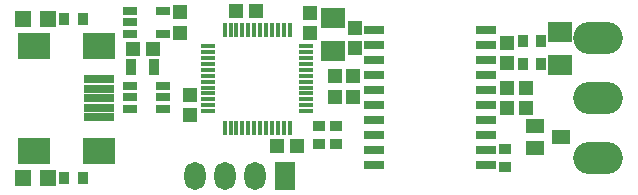
<source format=gbr>
G04 --- HEADER BEGIN --- *
%TF.GenerationSoftware,LibrePCB,LibrePCB,0.1.5*%
%TF.CreationDate,2021-01-02T14:24:37*%
%TF.ProjectId,can2usb - default,565da67e-d1db-4e60-9fc1-0ba8a5c8bd0e,v1*%
%TF.Part,Single*%
%FSLAX66Y66*%
%MOMM*%
G01*
G74*
G04 --- HEADER END --- *
G04 --- APERTURE LIST BEGIN --- *
%ADD10R,1.2X1.3*%
%ADD11R,1.3X1.2*%
%ADD12O,1.787X2.39*%
%ADD13R,1.787X2.39*%
%ADD14R,1.3X0.42*%
%ADD15R,0.42X1.3*%
%ADD16R,0.95X1.45*%
%ADD17R,1.0X0.95*%
%ADD18O,4.2X2.74*%
%ADD19R,1.4X1.4*%
%ADD20R,0.95X1.0*%
%ADD21R,1.6X1.2*%
%ADD22R,2.0X1.8*%
%ADD23R,1.735X0.68*%
%ADD24R,1.3X0.8*%
%ADD25R,2.7X2.2*%
%ADD26R,2.5X0.7*%
G04 --- APERTURE LIST END --- *
G04 --- BOARD BEGIN --- *
D10*
X14605000Y13792000D03*
X14605000Y15492000D03*
D11*
X10580000Y12419500D03*
X12280000Y12419500D03*
D10*
X29415000Y14206000D03*
X29415000Y12506000D03*
D12*
X20955000Y1625500D03*
D13*
X23495000Y1625500D03*
D12*
X15875000Y1625500D03*
X18415000Y1625500D03*
D14*
X25263750Y8130000D03*
X25263750Y12130000D03*
X25263750Y11630000D03*
X16963750Y8130000D03*
D15*
X21863750Y5730000D03*
D14*
X16963750Y11630000D03*
X16963750Y7130000D03*
D15*
X18363750Y5730000D03*
D14*
X25263750Y9130000D03*
X25263750Y7130000D03*
D15*
X18363750Y14030000D03*
X22363750Y5730000D03*
D14*
X25263750Y11130000D03*
D15*
X22363750Y14030000D03*
X19863750Y14030000D03*
D14*
X16963750Y8630000D03*
X16963750Y11130000D03*
X16963750Y12130000D03*
D15*
X19363750Y14030000D03*
X20863750Y5730000D03*
X18863750Y14030000D03*
D14*
X16963750Y7630000D03*
D15*
X23863750Y14030000D03*
X20363750Y5730000D03*
D14*
X25263750Y8630000D03*
D15*
X21363750Y14030000D03*
X20863750Y14030000D03*
X18863750Y5730000D03*
D14*
X16963750Y9630000D03*
D15*
X23363750Y14030000D03*
D14*
X25263750Y12630000D03*
X25263750Y7630000D03*
D15*
X19363750Y5730000D03*
X22863750Y5730000D03*
X21863750Y14030000D03*
D14*
X16963750Y9130000D03*
X16963750Y10130000D03*
D15*
X20363750Y14030000D03*
D14*
X25263750Y9630000D03*
D15*
X23863750Y5730000D03*
D14*
X25263750Y10630000D03*
X16963750Y10630000D03*
D15*
X22863750Y14030000D03*
X23363750Y5730000D03*
X19863750Y5730000D03*
D14*
X16963750Y12630000D03*
X25263750Y10130000D03*
D15*
X21363750Y5730000D03*
D10*
X27666000Y10072000D03*
X27666000Y8372000D03*
D16*
X12405000Y10832000D03*
X10455000Y10832000D03*
D17*
X27825000Y5863000D03*
X27825000Y4313000D03*
D18*
X50000000Y3140000D03*
X50000000Y8220000D03*
X50000000Y13300000D03*
D19*
X3431250Y1466500D03*
X1331250Y1466500D03*
D20*
X6331250Y1466500D03*
X4781250Y1466500D03*
D21*
X44672166Y3986300D03*
X46872166Y4936300D03*
X44672166Y5886300D03*
D22*
X27548750Y15040250D03*
X27548750Y12240250D03*
D10*
X43884000Y7418000D03*
X43884000Y9118000D03*
D23*
X31043000Y11443000D03*
X31043000Y8903000D03*
X40507000Y2553000D03*
X40507000Y12713000D03*
X31043000Y3823000D03*
X40507000Y3823000D03*
X40507000Y13983000D03*
X40507000Y5093000D03*
X40507000Y8903000D03*
X40507000Y6363000D03*
X40507000Y10173000D03*
X40507000Y7633000D03*
X31043000Y12713000D03*
X31043000Y5093000D03*
X31043000Y10173000D03*
X40507000Y11443000D03*
X31043000Y6363000D03*
X31043000Y13983000D03*
X31043000Y2553000D03*
X31043000Y7633000D03*
D20*
X6331250Y14959750D03*
X4781250Y14959750D03*
D10*
X42294000Y7418000D03*
X42294000Y9118000D03*
D20*
X43586000Y11130000D03*
X45136000Y11130000D03*
X43586000Y13038000D03*
X45136000Y13038000D03*
D10*
X25599000Y15478000D03*
X25599000Y13778000D03*
D17*
X26394000Y4313000D03*
X26394000Y5863000D03*
D10*
X15398750Y8508000D03*
X15398750Y6808000D03*
X42294000Y11234000D03*
X42294000Y12934000D03*
D19*
X3431250Y14959750D03*
X1331250Y14959750D03*
D24*
X13147500Y8292000D03*
X10347500Y8292000D03*
X13147500Y9242000D03*
X10347500Y9242000D03*
X10347500Y7342000D03*
X13147500Y7342000D03*
D10*
X29256000Y10072000D03*
X29256000Y8372000D03*
D24*
X13147500Y15592000D03*
X10347500Y13692000D03*
X10347500Y14642000D03*
X10347500Y15592000D03*
X13147500Y13692000D03*
D25*
X2250000Y3770000D03*
X7750000Y12670000D03*
X7750000Y3770000D03*
X2250000Y12670000D03*
D26*
X7750000Y9020000D03*
X7750000Y9820000D03*
X7750000Y8220000D03*
X7750000Y6620000D03*
X7750000Y7420000D03*
D22*
X46746000Y11002000D03*
X46746000Y13802000D03*
D17*
X42135000Y2405000D03*
X42135000Y3955000D03*
D11*
X21011250Y15595000D03*
X19311250Y15595000D03*
X22803750Y4165000D03*
X24503750Y4165000D03*
G04 --- BOARD END --- *
%TF.MD5,b52cc4435329470912fb99aaa88adea2*%
M02*

</source>
